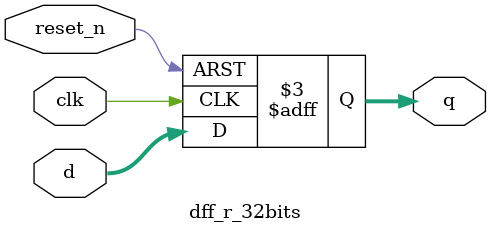
<source format=v>
module dff_r_32bits(clk, reset_n, d, q);// 32 bits flip flop
	input clk,reset_n;
	input [31:0] d;
	output reg [31:0] q;
	
	always@(posedge clk or negedge reset_n)
	begin
      if(reset_n == 0) q <= 0;//Save 0 when reset input is turned on
		else q <= d;
	end
endmodule

</source>
